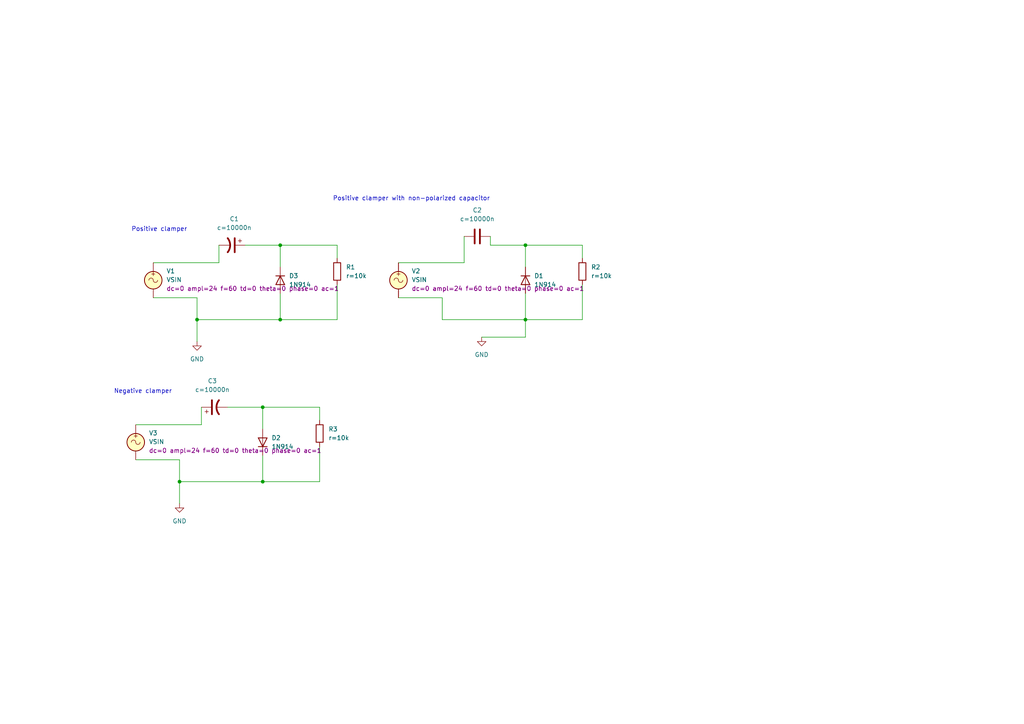
<source format=kicad_sch>
(kicad_sch (version 20231120) (generator "eeschema") (generator_version "8.0")
  (paper "A4")
  (lib_symbols
    (symbol "Device:C" (pin_numbers hide) (pin_names (offset 0.254))
      (property "Reference" "C" (at 0.635 2.54 0))
      (property "Value" "C" (at 0.635 -2.54 0))
      (symbol "C_0_1"
        (polyline (pts (xy -2.032 -0.762) (xy 2.032 -0.762)) (stroke (width 0.508)))
        (polyline (pts (xy -2.032 0.762) (xy 2.032 0.762)) (stroke (width 0.508)))
      )
      (symbol "C_1_1"
        (pin passive line (at 0 3.81 270) (length 2.794) (name "~") (number "1"))
        (pin passive line (at 0 -3.81 90) (length 2.794) (name "~") (number "2"))
      )
    )
    (symbol "Device:C_Polarized_US" (pin_numbers hide) (pin_names (offset 0.254) hide)
      (property "Reference" "C" (at 0.635 2.54 0))
      (property "Value" "C_Polarized_US" (at 0.635 -2.54 0))
      (symbol "C_Polarized_US_0_1"
        (polyline (pts (xy -2.032 0.762) (xy 2.032 0.762)) (stroke (width 0.508)))
        (polyline (pts (xy -1.778 2.286) (xy -0.762 2.286)))
        (polyline (pts (xy -1.27 1.778) (xy -1.27 2.794)))
        (arc (start 2.032 -1.27) (mid 0 -0.5572) (end -2.032 -1.27) (stroke (width 0.508)))
      )
      (symbol "C_Polarized_US_1_1"
        (pin passive line (at 0 3.81 270) (length 2.794) (name "~") (number "1"))
        (pin passive line (at 0 -3.81 90) (length 3.302) (name "~") (number "2"))
      )
    )
    (symbol "Device:R" (pin_numbers hide) (pin_names (offset 0))
      (property "Reference" "R" (at 2.032 0 90))
      (property "Value" "R" (at 0 0 90))
      (symbol "R_0_1"
        (rectangle (start -1.016 -2.54) (end 1.016 2.54) (stroke (width 0.254)))
      )
      (symbol "R_1_1"
        (pin passive line (at 0 3.81 270) (length 1.27) (name "~") (number "1"))
        (pin passive line (at 0 -3.81 90) (length 1.27) (name "~") (number "2"))
      )
    )
    (symbol "Diode:1N914" (pin_numbers hide) (pin_names hide)
      (property "Reference" "D" (at 0 2.54 0))
      (property "Value" "1N914" (at 0 -2.54 0))
      (symbol "1N914_0_1"
        (polyline (pts (xy -1.27 1.27) (xy -1.27 -1.27)) (stroke (width 0.254)))
        (polyline (pts (xy 1.27 0) (xy -1.27 0)))
        (polyline (pts (xy 1.27 1.27) (xy 1.27 -1.27) (xy -1.27 0) (xy 1.27 1.27)) (stroke (width 0.254)))
      )
      (symbol "1N914_1_1"
        (pin passive line (at -3.81 0 0) (length 2.54) (name "K") (number "1"))
        (pin passive line (at 3.81 0 180) (length 2.54) (name "A") (number "2"))
      )
    )
    (symbol "Simulation_SPICE:VSIN" (pin_numbers hide) (pin_names (offset 0.0254))
      (property "Reference" "V" (at 2.54 2.54 0))
      (property "Value" "VSIN" (at 2.54 0 0))
      (property "Sim.Params" "dc=0 ampl=1 f=1k ac=1" (at 2.54 -2.54 0))
      (symbol "VSIN_0_0"
        (arc (start 0 0) (mid -0.635 0.6323) (end -1.27 0))
        (arc (start 0 0) (mid 0.635 -0.6323) (end 1.27 0))
        (text "+" (at 0 1.905 0) (effects (font (size 1.27 1.27))))
      )
      (symbol "VSIN_0_1"
        (circle (center 0 0) (radius 2.54) (stroke (width 0.254)) (fill (type background)))
      )
      (symbol "VSIN_1_1"
        (pin passive line (at 0 5.08 270) (length 2.54) (name "~") (number "1"))
        (pin passive line (at 0 -5.08 90) (length 2.54) (name "~") (number "2"))
      )
    )
    (symbol "power:GND" (power) (pin_names (offset 0))
      (property "Value" "GND" (at 0 -3.81 0))
      (symbol "GND_0_1"
        (polyline (pts (xy 0 0) (xy 0 -1.27) (xy 1.27 -1.27) (xy 0 -2.54) (xy -1.27 -1.27) (xy 0 -1.27)))
      )
      (symbol "GND_1_1"
        (pin power_in line (at 0 0 270) (length 0) hide (name "GND") (number "1"))
      )
    )
  )
  (junction (at 81.28 92.71))
  (junction (at 152.4 71.12))
  (junction (at 152.4 92.71))
  (junction (at 81.28 71.12))
  (junction (at 76.2 118.11))
  (junction (at 57.15 92.71))
  (junction (at 52.07 139.7))
  (junction (at 76.2 139.7))
  (wire (pts (xy 39.37 123.19) (xy 58.42 123.19)))
  (wire (pts (xy 92.71 121.92) (xy 92.71 118.11)))
  (wire (pts (xy 139.7 97.79) (xy 152.4 97.79)))
  (wire (pts (xy 63.5 76.2) (xy 63.5 71.12)))
  (wire (pts (xy 128.27 92.71) (xy 152.4 92.71)))
  (wire (pts (xy 97.79 82.55) (xy 97.79 92.71)))
  (wire (pts (xy 115.57 86.36) (xy 128.27 86.36)))
  (wire (pts (xy 66.04 118.11) (xy 76.2 118.11)))
  (wire (pts (xy 52.07 139.7) (xy 76.2 139.7)))
  (wire (pts (xy 168.91 82.55) (xy 168.91 92.71)))
  (wire (pts (xy 152.4 97.79) (xy 152.4 92.71)))
  (wire (pts (xy 81.28 85.09) (xy 81.28 92.71)))
  (wire (pts (xy 152.4 71.12) (xy 152.4 77.47)))
  (wire (pts (xy 76.2 118.11) (xy 76.2 124.46)))
  (wire (pts (xy 152.4 71.12) (xy 168.91 71.12)))
  (wire (pts (xy 52.07 139.7) (xy 52.07 146.05)))
  (wire (pts (xy 71.12 71.12) (xy 81.28 71.12)))
  (wire (pts (xy 92.71 129.54) (xy 92.71 139.7)))
  (wire (pts (xy 76.2 139.7) (xy 92.71 139.7)))
  (wire (pts (xy 44.45 86.36) (xy 57.15 86.36)))
  (wire (pts (xy 57.15 86.36) (xy 57.15 92.71)))
  (wire (pts (xy 44.45 76.2) (xy 63.5 76.2)))
  (wire (pts (xy 57.15 92.71) (xy 57.15 99.06)))
  (wire (pts (xy 52.07 133.35) (xy 52.07 139.7)))
  (wire (pts (xy 152.4 92.71) (xy 168.91 92.71)))
  (wire (pts (xy 128.27 86.36) (xy 128.27 92.71)))
  (wire (pts (xy 39.37 133.35) (xy 52.07 133.35)))
  (wire (pts (xy 152.4 85.09) (xy 152.4 92.71)))
  (wire (pts (xy 168.91 74.93) (xy 168.91 71.12)))
  (wire (pts (xy 81.28 71.12) (xy 81.28 77.47)))
  (wire (pts (xy 97.79 74.93) (xy 97.79 71.12)))
  (wire (pts (xy 142.24 68.58) (xy 142.24 71.12)))
  (wire (pts (xy 115.57 76.2) (xy 134.62 76.2)))
  (wire (pts (xy 134.62 68.58) (xy 134.62 76.2)))
  (wire (pts (xy 57.15 92.71) (xy 81.28 92.71)))
  (wire (pts (xy 76.2 118.11) (xy 92.71 118.11)))
  (wire (pts (xy 81.28 92.71) (xy 97.79 92.71)))
  (wire (pts (xy 58.42 123.19) (xy 58.42 118.11)))
  (wire (pts (xy 142.24 71.12) (xy 152.4 71.12)))
  (wire (pts (xy 81.28 71.12) (xy 97.79 71.12)))
  (wire (pts (xy 76.2 132.08) (xy 76.2 139.7)))
  (text "Negative clamper" (at 33.02 114.3 0) (effects (font (size 1.27 1.27)) (justify left bottom)))
  (text "Positive clamper with non-polarized capacitor" (at 96.52 58.42 0) (effects (font (size 1.27 1.27)) (justify left bottom)))
  (text "Positive clamper" (at 38.1 67.31 0) (effects (font (size 1.27 1.27)) (justify left bottom)))
  (symbol (lib_id "Device:C") (at 138.43 68.58 90) (unit 1)
    (property "Reference" "C2" (at 138.43 60.96 90))
    (property "Value" "${SIM.PARAMS}" (at 138.43 63.5 90))
    (property "Sim.Device" "C" (effects (hide yes)))
    (property "Sim.Params" "c=10000n" (effects (hide yes)))
    (property "Sim.Pins" "1=+ 2=-" (effects (hide yes)))
  )
  (symbol (lib_id "Diode:1N914") (at 152.4 81.28 270) (unit 1)
    (property "Reference" "D1" (at 154.94 80.01 90) (effects (justify left)))
    (property "Value" "1N914" (at 154.94 82.55 90) (effects (justify left)))
    (property "Footprint" "Diode_THT:D_DO-35_SOD27_P7.62mm_Horizontal" (effects (hide yes)))
    (property "Datasheet" "http://www.vishay.com/docs/85622/1n914.pdf" (effects (hide yes)))
    (property "Sim.Device" "D" (effects (hide yes)))
    (property "Sim.Pins" "1=K 2=A" (effects (hide yes)))
  )
  (symbol (lib_id "Simulation_SPICE:VSIN") (at 115.57 81.28 0) (unit 1)
    (property "Reference" "V2" (at 119.38 78.6102 0) (effects (justify left)))
    (property "Value" "VSIN" (at 119.38 81.1502 0) (effects (justify left)))
    (property "Datasheet" "https://ngspice.sourceforge.io/docs/ngspice-html-manual/manual.xhtml#sec_Independent_Sources_for" (effects (hide yes)))
    (property "Sim.Pins" "1=+ 2=-" (effects (hide yes)))
    (property "Sim.Params" "dc=0 ampl=24 f=60 td=0 theta=0 phase=0 ac=1" (at 119.38 83.6902 0) (effects (justify left)))
    (property "Sim.Type" "SIN" (effects (hide yes)))
    (property "Sim.Device" "V" (effects (hide yes)))
  )
  (symbol (lib_id "Device:R") (at 97.79 78.74 0) (unit 1)
    (property "Reference" "R1" (at 100.33 77.47 0) (effects (justify left)))
    (property "Value" "${SIM.PARAMS}" (at 100.33 80.01 0) (effects (justify left)))
    (property "Sim.Device" "R" (effects (hide yes)))
    (property "Sim.Type" "=" (effects (hide yes)))
    (property "Sim.Params" "r=10k" (effects (hide yes)))
    (property "Sim.Pins" "1=+ 2=-" (effects (hide yes)))
  )
  (symbol (lib_id "Device:C_Polarized_US") (at 67.31 71.12 270) (unit 1)
    (property "Reference" "C1" (at 67.945 63.5 90))
    (property "Value" "${SIM.PARAMS}" (at 67.945 66.04 90))
    (property "Sim.Device" "C" (effects (hide yes)))
    (property "Sim.Params" "c=10000n" (effects (hide yes)))
    (property "Sim.Pins" "1=+ 2=-" (effects (hide yes)))
  )
  (symbol (lib_id "power:GND") (at 52.07 146.05 0) (unit 1)
    (property "Reference" "#PWR03" (effects (hide yes)))
    (property "Value" "GND" (at 52.07 151.13 0))
  )
  (symbol (lib_id "power:GND") (at 139.7 97.79 0) (unit 1)
    (property "Reference" "#PWR02" (effects (hide yes)))
    (property "Value" "GND" (at 139.7 102.87 0))
  )
  (symbol (lib_id "Diode:1N914") (at 76.2 128.27 90) (unit 1)
    (property "Reference" "D2" (at 78.74 127 90) (effects (justify right)))
    (property "Value" "1N914" (at 78.74 129.54 90) (effects (justify right)))
    (property "Footprint" "Diode_THT:D_DO-35_SOD27_P7.62mm_Horizontal" (effects (hide yes)))
    (property "Datasheet" "http://www.vishay.com/docs/85622/1n914.pdf" (effects (hide yes)))
    (property "Sim.Device" "D" (effects (hide yes)))
    (property "Sim.Pins" "1=K 2=A" (effects (hide yes)))
  )
  (symbol (lib_id "Device:R") (at 168.91 78.74 0) (unit 1)
    (property "Reference" "R2" (at 171.45 77.47 0) (effects (justify left)))
    (property "Value" "${SIM.PARAMS}" (at 171.45 80.01 0) (effects (justify left)))
    (property "Sim.Device" "R" (effects (hide yes)))
    (property "Sim.Type" "=" (effects (hide yes)))
    (property "Sim.Params" "r=10k" (effects (hide yes)))
    (property "Sim.Pins" "1=+ 2=-" (effects (hide yes)))
  )
  (symbol (lib_id "Simulation_SPICE:VSIN") (at 44.45 81.28 0) (unit 1)
    (property "Reference" "V1" (at 48.26 78.6102 0) (effects (justify left)))
    (property "Value" "VSIN" (at 48.26 81.1502 0) (effects (justify left)))
    (property "Datasheet" "https://ngspice.sourceforge.io/docs/ngspice-html-manual/manual.xhtml#sec_Independent_Sources_for" (effects (hide yes)))
    (property "Sim.Pins" "1=+ 2=-" (effects (hide yes)))
    (property "Sim.Params" "dc=0 ampl=24 f=60 td=0 theta=0 phase=0 ac=1" (at 48.26 83.6902 0) (effects (justify left)))
    (property "Sim.Type" "SIN" (effects (hide yes)))
    (property "Sim.Device" "V" (effects (hide yes)))
  )
  (symbol (lib_id "power:GND") (at 57.15 99.06 0) (unit 1)
    (property "Reference" "#PWR01" (effects (hide yes)))
    (property "Value" "GND" (at 57.15 104.14 0))
  )
  (symbol (lib_id "Device:C_Polarized_US") (at 62.23 118.11 90) (unit 1)
    (property "Reference" "C3" (at 61.595 110.49 90))
    (property "Value" "${SIM.PARAMS}" (at 61.595 113.03 90))
    (property "Sim.Device" "C" (effects (hide yes)))
    (property "Sim.Params" "c=10000n" (effects (hide yes)))
    (property "Sim.Pins" "1=+ 2=-" (effects (hide yes)))
  )
  (symbol (lib_id "Device:R") (at 92.71 125.73 0) (unit 1)
    (property "Reference" "R3" (at 95.25 124.46 0) (effects (justify left)))
    (property "Value" "${SIM.PARAMS}" (at 95.25 127 0) (effects (justify left)))
    (property "Sim.Device" "R" (effects (hide yes)))
    (property "Sim.Type" "=" (effects (hide yes)))
    (property "Sim.Params" "r=10k" (effects (hide yes)))
    (property "Sim.Pins" "1=+ 2=-" (effects (hide yes)))
  )
  (symbol (lib_id "Simulation_SPICE:VSIN") (at 39.37 128.27 0) (unit 1)
    (property "Reference" "V3" (at 43.18 125.6002 0) (effects (justify left)))
    (property "Value" "VSIN" (at 43.18 128.1402 0) (effects (justify left)))
    (property "Datasheet" "https://ngspice.sourceforge.io/docs/ngspice-html-manual/manual.xhtml#sec_Independent_Sources_for" (effects (hide yes)))
    (property "Sim.Pins" "1=+ 2=-" (effects (hide yes)))
    (property "Sim.Params" "dc=0 ampl=24 f=60 td=0 theta=0 phase=0 ac=1" (at 43.18 130.6802 0) (effects (justify left)))
    (property "Sim.Type" "SIN" (effects (hide yes)))
    (property "Sim.Device" "V" (effects (hide yes)))
  )
  (symbol (lib_id "Diode:1N914") (at 81.28 81.28 270) (unit 1)
    (property "Reference" "D3" (at 83.82 80.01 90) (effects (justify left)))
    (property "Value" "1N914" (at 83.82 82.55 90) (effects (justify left)))
    (property "Footprint" "Diode_THT:D_DO-35_SOD27_P7.62mm_Horizontal" (effects (hide yes)))
    (property "Datasheet" "http://www.vishay.com/docs/85622/1n914.pdf" (effects (hide yes)))
    (property "Sim.Device" "D" (effects (hide yes)))
    (property "Sim.Pins" "1=K 2=A" (effects (hide yes)))
  )
)
</source>
